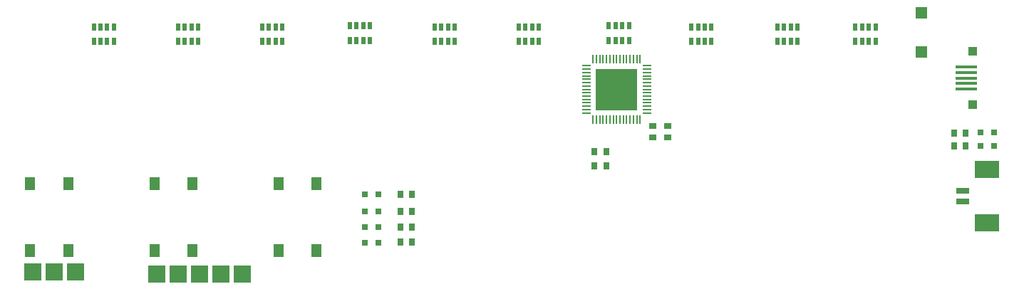
<source format=gbp>
G04*
G04 #@! TF.GenerationSoftware,Altium Limited,Altium Designer,19.0.14 (431)*
G04*
G04 Layer_Color=128*
%FSLAX44Y44*%
%MOMM*%
G71*
G01*
G75*
%ADD19R,0.9000X0.8000*%
%ADD20R,0.8000X0.9000*%
%ADD22R,2.0000X2.0000*%
%ADD83R,4.9500X4.9500*%
%ADD84R,1.1000X0.2200*%
%ADD85R,0.2200X1.1000*%
%ADD86R,2.5000X0.4000*%
%ADD87R,1.0000X1.0000*%
%ADD88R,0.5300X0.9700*%
%ADD89R,1.3500X1.3500*%
%ADD90R,1.6000X0.8000*%
%ADD91R,3.0000X2.1000*%
%ADD92R,0.8000X0.8000*%
%ADD93R,1.3000X1.5499*%
G36*
X1091050Y1116100D02*
X1072650D01*
Y1097700D01*
X1091050D01*
Y1116100D01*
D02*
G37*
G36*
Y1140900D02*
X1072650D01*
Y1122500D01*
X1091050D01*
Y1140900D01*
D02*
G37*
G36*
X1115850Y1116100D02*
X1097450D01*
Y1097700D01*
X1115850D01*
Y1116100D01*
D02*
G37*
G36*
Y1140900D02*
X1097450D01*
Y1122500D01*
X1115850D01*
Y1140900D01*
D02*
G37*
D19*
X1137500Y1075750D02*
D03*
Y1061750D02*
D03*
X1155250Y1076000D02*
D03*
Y1062000D02*
D03*
D20*
X1082000Y1028000D02*
D03*
X1068000D02*
D03*
X1082000Y1045000D02*
D03*
X1068000D02*
D03*
X1495250Y1067500D02*
D03*
X1509250D02*
D03*
X1509250Y1052000D02*
D03*
X1495250D02*
D03*
X851250Y994000D02*
D03*
X837250D02*
D03*
X851250Y974500D02*
D03*
X837250D02*
D03*
X851250Y955750D02*
D03*
X837250D02*
D03*
X851250Y937500D02*
D03*
X837250D02*
D03*
D22*
X598800Y900000D02*
D03*
X573400D02*
D03*
X548000D02*
D03*
X624200D02*
D03*
X649600D02*
D03*
X451400Y902000D02*
D03*
X426000D02*
D03*
X400600D02*
D03*
D83*
X1094250Y1119300D02*
D03*
D84*
X1058500Y1147300D02*
D03*
Y1143300D02*
D03*
Y1139300D02*
D03*
Y1135300D02*
D03*
Y1131300D02*
D03*
Y1127300D02*
D03*
Y1123300D02*
D03*
Y1119300D02*
D03*
Y1115300D02*
D03*
Y1111300D02*
D03*
Y1107300D02*
D03*
Y1103300D02*
D03*
Y1099300D02*
D03*
Y1095300D02*
D03*
Y1091300D02*
D03*
X1130000D02*
D03*
Y1095300D02*
D03*
Y1099300D02*
D03*
Y1103300D02*
D03*
Y1107300D02*
D03*
Y1111300D02*
D03*
Y1115300D02*
D03*
Y1119300D02*
D03*
Y1123300D02*
D03*
Y1127300D02*
D03*
Y1131300D02*
D03*
Y1135300D02*
D03*
Y1139300D02*
D03*
Y1143300D02*
D03*
Y1147300D02*
D03*
D85*
X1122250Y1155050D02*
D03*
X1118250D02*
D03*
X1114250D02*
D03*
X1110250D02*
D03*
X1106250D02*
D03*
X1102250D02*
D03*
X1098250D02*
D03*
X1094250D02*
D03*
X1090250D02*
D03*
X1086250D02*
D03*
X1082250D02*
D03*
X1078250D02*
D03*
X1074250D02*
D03*
X1070250D02*
D03*
X1066250D02*
D03*
Y1083550D02*
D03*
X1070250D02*
D03*
X1074250D02*
D03*
X1078250D02*
D03*
X1082250D02*
D03*
X1086250D02*
D03*
X1090250D02*
D03*
X1094250D02*
D03*
X1098250D02*
D03*
X1102250D02*
D03*
X1106250D02*
D03*
X1110250D02*
D03*
X1114250D02*
D03*
X1118250D02*
D03*
X1122250D02*
D03*
D86*
X1510020Y1126300D02*
D03*
Y1119800D02*
D03*
Y1132800D02*
D03*
Y1139300D02*
D03*
Y1145800D02*
D03*
D87*
X1517020Y1164700D02*
D03*
Y1100900D02*
D03*
D88*
X697000Y1193750D02*
D03*
X689000D02*
D03*
X681000D02*
D03*
X673000D02*
D03*
X697000Y1176250D02*
D03*
X689000D02*
D03*
X681000D02*
D03*
X673000D02*
D03*
X801000Y1195000D02*
D03*
X793000D02*
D03*
X785000D02*
D03*
X777000D02*
D03*
X801000Y1177500D02*
D03*
X793000D02*
D03*
X785000D02*
D03*
X777000D02*
D03*
X1109000Y1194750D02*
D03*
X1101000D02*
D03*
X1093000D02*
D03*
X1085000D02*
D03*
X1109000Y1177250D02*
D03*
X1101000D02*
D03*
X1093000D02*
D03*
X1085000D02*
D03*
X1207000Y1193750D02*
D03*
X1199000D02*
D03*
X1191000D02*
D03*
X1183000D02*
D03*
X1207000Y1176250D02*
D03*
X1199000D02*
D03*
X1191000D02*
D03*
X1183000D02*
D03*
X497000Y1193750D02*
D03*
X489000D02*
D03*
X481000D02*
D03*
X473000D02*
D03*
X497000Y1176250D02*
D03*
X489000D02*
D03*
X481000D02*
D03*
X473000D02*
D03*
X597000Y1193750D02*
D03*
X589000D02*
D03*
X581000D02*
D03*
X573000D02*
D03*
X597000Y1176250D02*
D03*
X589000D02*
D03*
X581000D02*
D03*
X573000D02*
D03*
X902000Y1193750D02*
D03*
X894000D02*
D03*
X886000D02*
D03*
X878000D02*
D03*
X902000Y1176250D02*
D03*
X894000D02*
D03*
X886000D02*
D03*
X878000D02*
D03*
X1002000Y1193750D02*
D03*
X994000D02*
D03*
X986000D02*
D03*
X978000D02*
D03*
X1002000Y1176250D02*
D03*
X994000D02*
D03*
X986000D02*
D03*
X978000D02*
D03*
X1309000Y1193750D02*
D03*
X1301000D02*
D03*
X1293000D02*
D03*
X1285000D02*
D03*
X1309000Y1176250D02*
D03*
X1301000D02*
D03*
X1293000D02*
D03*
X1285000D02*
D03*
X1402000Y1193750D02*
D03*
X1394000D02*
D03*
X1386000D02*
D03*
X1378000D02*
D03*
X1402000Y1176250D02*
D03*
X1394000D02*
D03*
X1386000D02*
D03*
X1378000D02*
D03*
D89*
X1456250Y1210500D02*
D03*
Y1163500D02*
D03*
D90*
X1505500Y998250D02*
D03*
Y985750D02*
D03*
D91*
X1534500Y1023750D02*
D03*
Y960250D02*
D03*
D92*
X1542620Y1068000D02*
D03*
X1526620D02*
D03*
X1542620Y1052000D02*
D03*
X1526620D02*
D03*
X795230Y955500D02*
D03*
X811230D02*
D03*
X795230Y974500D02*
D03*
X811230D02*
D03*
X795230Y937250D02*
D03*
X811230D02*
D03*
X795130Y994000D02*
D03*
X811130D02*
D03*
D93*
X442499Y927799D02*
D03*
Y1007301D02*
D03*
X397501Y927799D02*
D03*
Y1007301D02*
D03*
X737499Y927799D02*
D03*
Y1007301D02*
D03*
X692501Y927799D02*
D03*
Y1007301D02*
D03*
X589999Y927799D02*
D03*
Y1007301D02*
D03*
X545001Y927799D02*
D03*
Y1007301D02*
D03*
M02*

</source>
